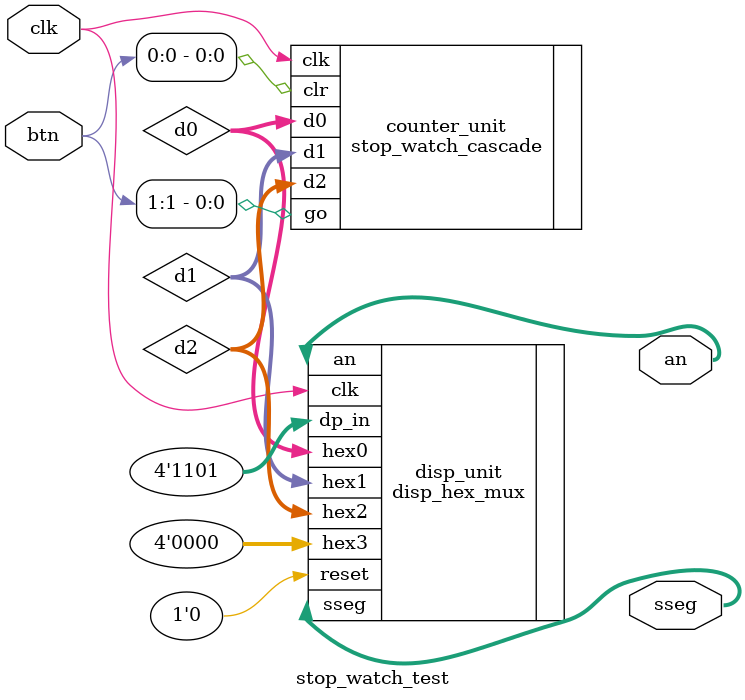
<source format=v>
`timescale 1ns / 1ps
module stop_watch_test(
	input wire clk,
	input wire [1:0] btn,
	output wire [3:0] an,
	output wire [7:0] sseg
    );


wire [3:0] d2, d1, d0;


disp_hex_mux disp_unit
	 (	
		.clk(clk), .reset(1'b0), .hex3(4'b0), .hex2(d2), .hex1(d1), .hex0(d0),
		.dp_in(4'b1101), .an(an), .sseg(sseg)
		);
		
		
		stop_watch_cascade counter_unit
		(
			.clk(clk), .go(btn[1]), .clr(btn[0]), .d2(d2), .d1(d1), .d0(d0)
			
		);
endmodule

</source>
